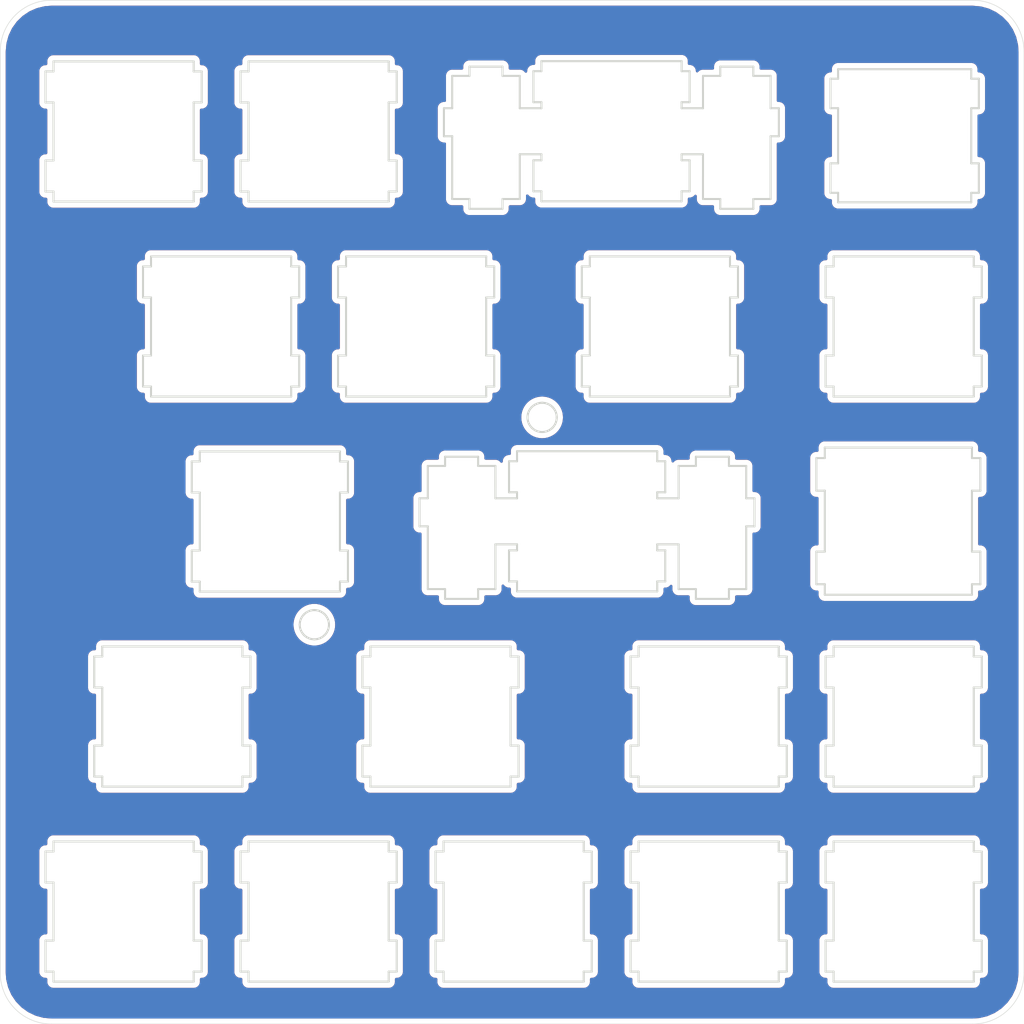
<source format=kicad_pcb>
(kicad_pcb (version 20171130) (host pcbnew "(5.1.4)-1")
  (layers (0 F.Cu signal) (31 B.Cu signal) (34 B.Paste user) (35 F.Paste user) (36 B.SilkS user) (37 F.SilkS user) (38 B.Mask user) (39 F.Mask user) (44 Edge.Cuts user))
  (net 0 "")
  (gr_line (start 179.917019 103.070053) (end 179.917019 102.043256) (layer Edge.Cuts) (width 0.2))
  (gr_line (start 164.719331 98.859157) (end 164.719331 102.043256) (layer Edge.Cuts) (width 0.2))
  (gr_line (start 165.541799 89.721687) (end 164.719331 89.721687) (layer Edge.Cuts) (width 0.2))
  (gr_line (start 165.541799 88.69489) (end 165.541799 89.721687) (layer Edge.Cuts) (width 0.2))
  (gr_line (start 179.917019 88.69489) (end 165.541799 88.69489) (layer Edge.Cuts) (width 0.2))
  (gr_line (start 179.917019 89.721687) (end 179.917019 88.69489) (layer Edge.Cuts) (width 0.2))
  (gr_line (start 164.719331 102.043256) (end 165.541799 102.043256) (layer Edge.Cuts) (width 0.2))
  (gr_line (start 180.736407 89.721687) (end 179.917019 89.721687) (layer Edge.Cuts) (width 0.2))
  (gr_line (start 180.736407 92.904759) (end 180.736407 89.721687) (layer Edge.Cuts) (width 0.2))
  (gr_line (start 179.917019 92.904759) (end 180.736407 92.904759) (layer Edge.Cuts) (width 0.2))
  (gr_line (start 179.917019 98.859157) (end 179.917019 92.904759) (layer Edge.Cuts) (width 0.2))
  (gr_line (start 180.736407 98.859157) (end 179.917019 98.859157) (layer Edge.Cuts) (width 0.2))
  (gr_line (start 164.719331 89.721687) (end 164.719331 92.904759) (layer Edge.Cuts) (width 0.2))
  (gr_line (start 180.736407 102.043256) (end 180.736407 98.859157) (layer Edge.Cuts) (width 0.2))
  (gr_line (start 179.917019 102.043256) (end 180.736407 102.043256) (layer Edge.Cuts) (width 0.2))
  (gr_line (start 165.541799 103.070053) (end 179.917019 103.070053) (layer Edge.Cuts) (width 0.2))
  (gr_line (start 165.541799 102.043256) (end 165.541799 103.070053) (layer Edge.Cuts) (width 0.2))
  (gr_line (start 165.541799 98.859157) (end 164.719331 98.859157) (layer Edge.Cuts) (width 0.2))
  (gr_line (start 164.719331 92.904759) (end 165.541799 92.904759) (layer Edge.Cuts) (width 0.2))
  (gr_line (start 165.541799 92.904759) (end 165.541799 98.859157) (layer Edge.Cuts) (width 0.2))
  (gr_line (start 179.846475 64.737799) (end 179.846475 63.808987) (layer Edge.Cuts) (width 0.2))
  (gr_line (start 166.097076 55.542558) (end 166.841165 55.542558) (layer Edge.Cuts) (width 0.2))
  (gr_line (start 180.587777 55.542558) (end 180.587777 52.66324) (layer Edge.Cuts) (width 0.2))
  (gr_line (start 166.841165 60.92874) (end 166.097076 60.92874) (layer Edge.Cuts) (width 0.2))
  (gr_line (start 179.846475 60.92874) (end 179.846475 55.542558) (layer Edge.Cuts) (width 0.2))
  (gr_line (start 180.587777 52.66324) (end 179.846475 52.66324) (layer Edge.Cuts) (width 0.2))
  (gr_line (start 166.841165 55.542558) (end 166.841165 60.92874) (layer Edge.Cuts) (width 0.2))
  (gr_line (start 166.097076 60.92874) (end 166.097076 63.808987) (layer Edge.Cuts) (width 0.2))
  (gr_line (start 180.587777 60.92874) (end 179.846475 60.92874) (layer Edge.Cuts) (width 0.2))
  (gr_line (start 180.587777 63.808987) (end 180.587777 60.92874) (layer Edge.Cuts) (width 0.2))
  (gr_line (start 166.841165 64.737799) (end 179.846475 64.737799) (layer Edge.Cuts) (width 0.2))
  (gr_line (start 166.097076 52.66324) (end 166.097076 55.542558) (layer Edge.Cuts) (width 0.2))
  (gr_line (start 166.841165 51.734427) (end 166.841165 52.66324) (layer Edge.Cuts) (width 0.2))
  (gr_line (start 179.846475 55.542558) (end 180.587777 55.542558) (layer Edge.Cuts) (width 0.2))
  (gr_line (start 166.841165 63.808987) (end 166.841165 64.737799) (layer Edge.Cuts) (width 0.2))
  (gr_line (start 166.097076 63.808987) (end 166.841165 63.808987) (layer Edge.Cuts) (width 0.2))
  (gr_line (start 179.846475 51.734427) (end 166.841165 51.734427) (layer Edge.Cuts) (width 0.2))
  (gr_line (start 179.846475 52.66324) (end 179.846475 51.734427) (layer Edge.Cuts) (width 0.2))
  (gr_line (start 166.841165 52.66324) (end 166.097076 52.66324) (layer Edge.Cuts) (width 0.2))
  (gr_line (start 179.846475 63.808987) (end 180.587777 63.808987) (layer Edge.Cuts) (width 0.2))
  (gr_line (start 90.202433 51.95) (end 89.420132 51.95) (layer Edge.Cuts) (width 0.2))
  (gr_line (start 122.942698 50.972195) (end 109.252433 50.972195) (layer Edge.Cuts) (width 0.2))
  (gr_line (start 103.892699 64.661463) (end 103.892699 63.683658) (layer Edge.Cuts) (width 0.2))
  (gr_line (start 104.674999 51.95) (end 103.892699 51.95) (layer Edge.Cuts) (width 0.2))
  (gr_line (start 103.892699 63.683658) (end 104.674999 63.683658) (layer Edge.Cuts) (width 0.2))
  (gr_line (start 89.420132 60.651485) (end 89.420132 63.683658) (layer Edge.Cuts) (width 0.2))
  (gr_line (start 103.892699 51.95) (end 103.892699 50.972195) (layer Edge.Cuts) (width 0.2))
  (gr_line (start 90.202433 60.651485) (end 89.420132 60.651485) (layer Edge.Cuts) (width 0.2))
  (gr_line (start 109.252433 50.972195) (end 109.252433 51.95) (layer Edge.Cuts) (width 0.2))
  (gr_line (start 122.942698 51.95) (end 122.942698 50.972195) (layer Edge.Cuts) (width 0.2))
  (gr_line (start 123.725 54.981195) (end 123.725 51.95) (layer Edge.Cuts) (width 0.2))
  (gr_line (start 103.892699 54.981195) (end 104.674999 54.981195) (layer Edge.Cuts) (width 0.2))
  (gr_line (start 90.202433 64.661463) (end 103.892699 64.661463) (layer Edge.Cuts) (width 0.2))
  (gr_line (start 104.674999 60.651485) (end 103.892699 60.651485) (layer Edge.Cuts) (width 0.2))
  (gr_line (start 90.202433 63.683658) (end 90.202433 64.661463) (layer Edge.Cuts) (width 0.2))
  (gr_line (start 104.674999 54.981195) (end 104.674999 51.95) (layer Edge.Cuts) (width 0.2))
  (gr_line (start 89.420132 54.981195) (end 90.202433 54.981195) (layer Edge.Cuts) (width 0.2))
  (gr_line (start 90.202433 50.972195) (end 90.202433 51.95) (layer Edge.Cuts) (width 0.2))
  (gr_line (start 103.892699 60.651485) (end 103.892699 54.981195) (layer Edge.Cuts) (width 0.2))
  (gr_line (start 90.202433 54.981195) (end 90.202433 60.651485) (layer Edge.Cuts) (width 0.2))
  (gr_line (start 123.725 51.95) (end 122.942698 51.95) (layer Edge.Cuts) (width 0.2))
  (gr_line (start 104.674999 63.683658) (end 104.674999 60.651485) (layer Edge.Cuts) (width 0.2))
  (gr_line (start 89.420132 51.95) (end 89.420132 54.981195) (layer Edge.Cuts) (width 0.2))
  (gr_line (start 103.892699 50.972195) (end 90.202433 50.972195) (layer Edge.Cuts) (width 0.2))
  (gr_line (start 89.420132 63.683658) (end 90.202433 63.683658) (layer Edge.Cuts) (width 0.2))
  (gr_line (start 109.252433 51.95) (end 108.470132 51.95) (layer Edge.Cuts) (width 0.2))
  (gr_line (start 108.470132 51.95) (end 108.470132 54.981195) (layer Edge.Cuts) (width 0.2))
  (gr_line (start 108.470132 63.683658) (end 109.252433 63.683658) (layer Edge.Cuts) (width 0.2))
  (gr_line (start 108.470132 60.651485) (end 108.470132 63.683658) (layer Edge.Cuts) (width 0.2))
  (gr_line (start 109.252433 60.651485) (end 108.470132 60.651485) (layer Edge.Cuts) (width 0.2))
  (gr_line (start 108.470132 54.981195) (end 109.252433 54.981195) (layer Edge.Cuts) (width 0.2))
  (gr_line (start 122.942698 54.981195) (end 123.725 54.981195) (layer Edge.Cuts) (width 0.2))
  (gr_line (start 122.942698 60.651485) (end 122.942698 54.981195) (layer Edge.Cuts) (width 0.2))
  (gr_line (start 122.942698 63.683658) (end 123.725 63.683658) (layer Edge.Cuts) (width 0.2))
  (gr_line (start 122.942698 64.661463) (end 122.942698 63.683658) (layer Edge.Cuts) (width 0.2))
  (gr_line (start 109.252433 54.981195) (end 109.252433 60.651485) (layer Edge.Cuts) (width 0.2))
  (gr_line (start 123.725 60.651485) (end 122.942698 60.651485) (layer Edge.Cuts) (width 0.2))
  (gr_line (start 123.725 63.683658) (end 123.725 60.651485) (layer Edge.Cuts) (width 0.2))
  (gr_line (start 109.252433 64.661463) (end 122.942698 64.661463) (layer Edge.Cuts) (width 0.2))
  (gr_line (start 109.252433 63.683658) (end 109.252433 64.661463) (layer Edge.Cuts) (width 0.2))
  (gr_line (start 142.775 139.883657) (end 142.775 136.852462) (layer Edge.Cuts) (width 0.2))
  (gr_line (start 123.725 136.852462) (end 122.942698 136.852462) (layer Edge.Cuts) (width 0.2))
  (gr_line (start 147.352433 128.149999) (end 146.570133 128.149999) (layer Edge.Cuts) (width 0.2))
  (gr_line (start 109.252433 139.883657) (end 109.252433 140.861462) (layer Edge.Cuts) (width 0.2))
  (gr_line (start 90.202433 131.180217) (end 90.202433 136.852462) (layer Edge.Cuts) (width 0.2))
  (gr_line (start 108.470132 139.883657) (end 109.252433 139.883657) (layer Edge.Cuts) (width 0.2))
  (gr_line (start 89.420132 128.149999) (end 89.420132 131.180217) (layer Edge.Cuts) (width 0.2))
  (gr_line (start 123.725 128.149999) (end 122.942698 128.149999) (layer Edge.Cuts) (width 0.2))
  (gr_line (start 122.942698 131.180217) (end 123.725 131.180217) (layer Edge.Cuts) (width 0.2))
  (gr_line (start 122.942698 139.883657) (end 123.725 139.883657) (layer Edge.Cuts) (width 0.2))
  (gr_line (start 122.942698 140.861462) (end 122.942698 139.883657) (layer Edge.Cuts) (width 0.2))
  (gr_line (start 142.775 131.180217) (end 142.775 128.149999) (layer Edge.Cuts) (width 0.2))
  (gr_line (start 127.520132 136.852462) (end 127.520132 139.883657) (layer Edge.Cuts) (width 0.2))
  (gr_line (start 141.992699 140.861462) (end 141.992699 139.883657) (layer Edge.Cuts) (width 0.2))
  (gr_line (start 127.520132 139.883657) (end 128.302432 139.883657) (layer Edge.Cuts) (width 0.2))
  (gr_line (start 128.302432 131.180217) (end 128.302432 136.852462) (layer Edge.Cuts) (width 0.2))
  (gr_line (start 161.042699 127.172195) (end 147.352433 127.172195) (layer Edge.Cuts) (width 0.2))
  (gr_line (start 161.042699 128.149999) (end 161.042699 127.172195) (layer Edge.Cuts) (width 0.2))
  (gr_line (start 141.992699 139.883657) (end 142.775 139.883657) (layer Edge.Cuts) (width 0.2))
  (gr_line (start 128.302432 127.172195) (end 128.302432 128.149999) (layer Edge.Cuts) (width 0.2))
  (gr_line (start 122.942698 128.149999) (end 122.942698 127.172195) (layer Edge.Cuts) (width 0.2))
  (gr_line (start 109.252433 136.852462) (end 108.470132 136.852462) (layer Edge.Cuts) (width 0.2))
  (gr_line (start 128.302432 139.883657) (end 128.302432 140.861462) (layer Edge.Cuts) (width 0.2))
  (gr_line (start 128.302432 128.149999) (end 127.520132 128.149999) (layer Edge.Cuts) (width 0.2))
  (gr_line (start 123.725 131.180217) (end 123.725 128.149999) (layer Edge.Cuts) (width 0.2))
  (gr_line (start 109.252433 128.149999) (end 108.470132 128.149999) (layer Edge.Cuts) (width 0.2))
  (gr_line (start 108.470132 136.852462) (end 108.470132 139.883657) (layer Edge.Cuts) (width 0.2))
  (gr_line (start 108.470132 131.180217) (end 109.252433 131.180217) (layer Edge.Cuts) (width 0.2))
  (gr_line (start 127.520132 128.149999) (end 127.520132 131.180217) (layer Edge.Cuts) (width 0.2))
  (gr_line (start 128.302432 136.852462) (end 127.520132 136.852462) (layer Edge.Cuts) (width 0.2))
  (gr_line (start 161.825 128.149999) (end 161.042699 128.149999) (layer Edge.Cuts) (width 0.2))
  (gr_line (start 141.992699 127.172195) (end 128.302432 127.172195) (layer Edge.Cuts) (width 0.2))
  (gr_line (start 90.202433 139.883657) (end 90.202433 140.861462) (layer Edge.Cuts) (width 0.2))
  (gr_line (start 89.420132 139.883657) (end 90.202433 139.883657) (layer Edge.Cuts) (width 0.2))
  (gr_line (start 122.942698 136.852462) (end 122.942698 131.180217) (layer Edge.Cuts) (width 0.2))
  (gr_line (start 142.775 128.149999) (end 141.992699 128.149999) (layer Edge.Cuts) (width 0.2))
  (gr_line (start 89.420132 136.852462) (end 89.420132 139.883657) (layer Edge.Cuts) (width 0.2))
  (gr_line (start 141.992699 131.180217) (end 142.775 131.180217) (layer Edge.Cuts) (width 0.2))
  (gr_line (start 90.202433 136.852462) (end 89.420132 136.852462) (layer Edge.Cuts) (width 0.2))
  (gr_line (start 89.420132 131.180217) (end 90.202433 131.180217) (layer Edge.Cuts) (width 0.2))
  (gr_line (start 109.252433 140.861462) (end 122.942698 140.861462) (layer Edge.Cuts) (width 0.2))
  (gr_line (start 141.992699 136.852462) (end 141.992699 131.180217) (layer Edge.Cuts) (width 0.2))
  (gr_line (start 128.302432 140.861462) (end 141.992699 140.861462) (layer Edge.Cuts) (width 0.2))
  (gr_line (start 142.775 136.852462) (end 141.992699 136.852462) (layer Edge.Cuts) (width 0.2))
  (gr_line (start 109.252433 127.172195) (end 109.252433 128.149999) (layer Edge.Cuts) (width 0.2))
  (gr_line (start 108.470132 128.149999) (end 108.470132 131.180217) (layer Edge.Cuts) (width 0.2))
  (gr_line (start 141.992699 128.149999) (end 141.992699 127.172195) (layer Edge.Cuts) (width 0.2))
  (gr_line (start 147.352433 127.172195) (end 147.352433 128.149999) (layer Edge.Cuts) (width 0.2))
  (gr_line (start 122.942698 127.172195) (end 109.252433 127.172195) (layer Edge.Cuts) (width 0.2))
  (gr_line (start 123.725 139.883657) (end 123.725 136.852462) (layer Edge.Cuts) (width 0.2))
  (gr_line (start 109.252433 131.180217) (end 109.252433 136.852462) (layer Edge.Cuts) (width 0.2))
  (gr_line (start 127.520132 131.180217) (end 128.302432 131.180217) (layer Edge.Cuts) (width 0.2))
  (gr_line (start 180.875 136.852462) (end 180.092699 136.852462) (layer Edge.Cuts) (width 0.2))
  (gr_line (start 180.875 139.883657) (end 180.875 136.852462) (layer Edge.Cuts) (width 0.2))
  (gr_line (start 166.402433 139.883657) (end 166.402433 140.861462) (layer Edge.Cuts) (width 0.2))
  (gr_line (start 131.679178 103.475446) (end 131.679178 102.517163) (layer Edge.Cuts) (width 0.2))
  (gr_line (start 135.479568 98.146219) (end 135.479568 98.732922) (layer Edge.Cuts) (width 0.2))
  (gr_line (start 131.679178 102.517163) (end 133.366578 102.517163) (layer Edge.Cuts) (width 0.2))
  (gr_line (start 125.956728 93.648153) (end 125.956728 96.386106) (layer Edge.Cuts) (width 0.2))
  (gr_line (start 161.042699 131.180217) (end 161.825 131.180217) (layer Edge.Cuts) (width 0.2))
  (gr_line (start 161.825 139.883657) (end 161.825 136.852462) (layer Edge.Cuts) (width 0.2))
  (gr_line (start 147.352433 140.861462) (end 161.042699 140.861462) (layer Edge.Cuts) (width 0.2))
  (gr_line (start 146.570133 128.149999) (end 146.570133 131.180217) (layer Edge.Cuts) (width 0.2))
  (gr_line (start 149.174338 98.732922) (end 149.174338 98.146219) (layer Edge.Cuts) (width 0.2))
  (gr_line (start 180.092699 140.861462) (end 180.092699 139.883657) (layer Edge.Cuts) (width 0.2))
  (gr_line (start 151.262489 98.146219) (end 151.262729 102.517163) (layer Edge.Cuts) (width 0.2))
  (gr_line (start 165.620132 139.883657) (end 166.402433 139.883657) (layer Edge.Cuts) (width 0.2))
  (gr_line (start 146.570133 136.852462) (end 146.570133 139.883657) (layer Edge.Cuts) (width 0.2))
  (gr_line (start 161.042699 136.852462) (end 161.042699 131.180217) (layer Edge.Cuts) (width 0.2))
  (gr_line (start 161.825 136.852462) (end 161.042699 136.852462) (layer Edge.Cuts) (width 0.2))
  (gr_line (start 161.042699 139.883657) (end 161.825 139.883657) (layer Edge.Cuts) (width 0.2))
  (gr_line (start 165.620132 128.149999) (end 165.620132 131.180217) (layer Edge.Cuts) (width 0.2))
  (gr_line (start 128.451128 102.517163) (end 128.451128 103.475446) (layer Edge.Cuts) (width 0.2))
  (gr_line (start 146.570133 131.180217) (end 147.352433 131.180217) (layer Edge.Cuts) (width 0.2))
  (gr_line (start 149.956888 101.764225) (end 149.956888 98.732922) (layer Edge.Cuts) (width 0.2))
  (gr_line (start 134.697008 101.764225) (end 135.479568 101.764225) (layer Edge.Cuts) (width 0.2))
  (gr_line (start 180.092699 128.149999) (end 180.092699 127.172195) (layer Edge.Cuts) (width 0.2))
  (gr_line (start 149.174338 101.764225) (end 149.956888 101.764225) (layer Edge.Cuts) (width 0.2))
  (gr_line (start 149.174338 98.146219) (end 151.262489 98.146219) (layer Edge.Cuts) (width 0.2))
  (gr_line (start 135.479568 98.732922) (end 134.697008 98.732922) (layer Edge.Cuts) (width 0.2))
  (gr_line (start 133.366578 98.146219) (end 135.479568 98.146219) (layer Edge.Cuts) (width 0.2))
  (gr_line (start 126.763738 96.386106) (end 126.763738 102.517163) (layer Edge.Cuts) (width 0.2))
  (gr_line (start 166.402433 140.861462) (end 180.092699 140.861462) (layer Edge.Cuts) (width 0.2))
  (gr_line (start 131.679178 90.48973) (end 131.679178 89.590117) (layer Edge.Cuts) (width 0.2))
  (gr_line (start 134.697008 98.732922) (end 134.697008 101.764225) (layer Edge.Cuts) (width 0.2))
  (gr_line (start 126.763738 90.48973) (end 126.763738 93.648153) (layer Edge.Cuts) (width 0.2))
  (gr_line (start 131.679178 89.590117) (end 128.451128 89.590117) (layer Edge.Cuts) (width 0.2))
  (gr_line (start 128.451128 89.590117) (end 128.451128 90.48973) (layer Edge.Cuts) (width 0.2))
  (gr_line (start 161.042699 140.861462) (end 161.042699 139.883657) (layer Edge.Cuts) (width 0.2))
  (gr_line (start 180.875 131.180217) (end 180.875 128.149999) (layer Edge.Cuts) (width 0.2))
  (gr_line (start 180.092699 136.852462) (end 180.092699 131.180217) (layer Edge.Cuts) (width 0.2))
  (gr_line (start 180.092699 139.883657) (end 180.875 139.883657) (layer Edge.Cuts) (width 0.2))
  (gr_line (start 166.402433 136.852462) (end 165.620132 136.852462) (layer Edge.Cuts) (width 0.2))
  (gr_line (start 149.174338 102.742066) (end 149.174338 101.764225) (layer Edge.Cuts) (width 0.2))
  (gr_line (start 161.825 131.180217) (end 161.825 128.149999) (layer Edge.Cuts) (width 0.2))
  (gr_line (start 166.402433 128.149999) (end 165.620132 128.149999) (layer Edge.Cuts) (width 0.2))
  (gr_line (start 165.620132 136.852462) (end 165.620132 139.883657) (layer Edge.Cuts) (width 0.2))
  (gr_line (start 133.366578 102.517163) (end 133.366578 98.146219) (layer Edge.Cuts) (width 0.2))
  (gr_line (start 147.352433 139.883657) (end 147.352433 140.861462) (layer Edge.Cuts) (width 0.2))
  (gr_line (start 146.570133 139.883657) (end 147.352433 139.883657) (layer Edge.Cuts) (width 0.2))
  (gr_line (start 147.352433 131.180217) (end 147.352433 136.852462) (layer Edge.Cuts) (width 0.2))
  (gr_line (start 180.092699 127.172195) (end 166.402433 127.172195) (layer Edge.Cuts) (width 0.2))
  (gr_line (start 166.402433 131.180217) (end 166.402433 136.852462) (layer Edge.Cuts) (width 0.2))
  (gr_line (start 128.451128 90.48973) (end 126.763738 90.48973) (layer Edge.Cuts) (width 0.2))
  (gr_line (start 125.956728 96.386106) (end 126.763738 96.386106) (layer Edge.Cuts) (width 0.2))
  (gr_line (start 135.479568 102.742066) (end 149.174338 102.742066) (layer Edge.Cuts) (width 0.2))
  (gr_line (start 165.620132 131.180217) (end 166.402433 131.180217) (layer Edge.Cuts) (width 0.2))
  (gr_line (start 128.451128 103.475446) (end 131.679178 103.475446) (layer Edge.Cuts) (width 0.2))
  (gr_line (start 126.763738 102.517163) (end 128.451128 102.517163) (layer Edge.Cuts) (width 0.2))
  (gr_line (start 180.875 128.149999) (end 180.092699 128.149999) (layer Edge.Cuts) (width 0.2))
  (gr_line (start 135.479568 101.764225) (end 135.479568 102.742066) (layer Edge.Cuts) (width 0.2))
  (gr_line (start 149.956888 98.732922) (end 149.174338 98.732922) (layer Edge.Cuts) (width 0.2))
  (gr_line (start 147.352433 136.852462) (end 146.570133 136.852462) (layer Edge.Cuts) (width 0.2))
  (gr_line (start 166.402433 127.172195) (end 166.402433 128.149999) (layer Edge.Cuts) (width 0.2))
  (gr_line (start 126.763738 93.648153) (end 125.956728 93.648153) (layer Edge.Cuts) (width 0.2))
  (gr_line (start 180.092699 131.180217) (end 180.875 131.180217) (layer Edge.Cuts) (width 0.2))
  (gr_line (start 129.144987 55.545506) (end 128.337978 55.545506) (layer Edge.Cuts) (width 0.2))
  (gr_line (start 137.860818 55.545506) (end 135.748318 55.545506) (layer Edge.Cuts) (width 0.2))
  (gr_line (start 135.479568 89.052304) (end 135.479568 90.030145) (layer Edge.Cuts) (width 0.2))
  (gr_line (start 135.479568 90.030145) (end 134.697008 90.030145) (layer Edge.Cuts) (width 0.2))
  (gr_line (start 135.747828 64.414517) (end 135.747828 60.043572) (layer Edge.Cuts) (width 0.2))
  (gr_line (start 128.337978 55.545506) (end 128.337978 58.28346) (layer Edge.Cuts) (width 0.2))
  (gr_line (start 157.865569 93.648153) (end 157.865569 90.48973) (layer Edge.Cuts) (width 0.2))
  (gr_line (start 157.865569 96.386106) (end 158.672579 96.386106) (layer Edge.Cuts) (width 0.2))
  (gr_line (start 130.832378 64.414517) (end 130.832378 65.3728) (layer Edge.Cuts) (width 0.2))
  (gr_line (start 156.178179 102.517163) (end 157.865569 102.517163) (layer Edge.Cuts) (width 0.2))
  (gr_line (start 137.860818 60.630276) (end 137.078258 60.630276) (layer Edge.Cuts) (width 0.2))
  (gr_line (start 130.832378 65.3728) (end 134.060428 65.3728) (layer Edge.Cuts) (width 0.2))
  (gr_line (start 130.832378 52.387084) (end 129.144987 52.387084) (layer Edge.Cuts) (width 0.2))
  (gr_line (start 134.697008 93.060471) (end 135.479568 93.060471) (layer Edge.Cuts) (width 0.2))
  (gr_line (start 151.262499 93.648153) (end 149.174338 93.648153) (layer Edge.Cuts) (width 0.2))
  (gr_line (start 135.747828 52.387084) (end 134.060428 52.387084) (layer Edge.Cuts) (width 0.2))
  (gr_line (start 152.950129 103.475446) (end 156.178179 103.475446) (layer Edge.Cuts) (width 0.2))
  (gr_line (start 153.643739 60.043572) (end 153.643979 64.414517) (layer Edge.Cuts) (width 0.2))
  (gr_line (start 151.555589 60.043572) (end 153.643739 60.043572) (layer Edge.Cuts) (width 0.2))
  (gr_line (start 152.338139 63.661579) (end 152.338139 60.630276) (layer Edge.Cuts) (width 0.2))
  (gr_line (start 151.555589 64.63942) (end 151.555589 63.661579) (layer Edge.Cuts) (width 0.2))
  (gr_line (start 149.174338 93.648153) (end 149.174338 93.060471) (layer Edge.Cuts) (width 0.2))
  (gr_line (start 151.262729 90.48973) (end 151.262499 93.648153) (layer Edge.Cuts) (width 0.2))
  (gr_line (start 128.337978 58.28346) (end 129.144987 58.28346) (layer Edge.Cuts) (width 0.2))
  (gr_line (start 134.060428 52.387084) (end 134.060428 51.487471) (layer Edge.Cuts) (width 0.2))
  (gr_line (start 156.178179 89.590117) (end 152.950129 89.590117) (layer Edge.Cuts) (width 0.2))
  (gr_line (start 134.060428 65.3728) (end 134.060428 64.414517) (layer Edge.Cuts) (width 0.2))
  (gr_line (start 137.860818 64.63942) (end 151.555589 64.63942) (layer Edge.Cuts) (width 0.2))
  (gr_line (start 129.144987 64.414517) (end 130.832378 64.414517) (layer Edge.Cuts) (width 0.2))
  (gr_line (start 129.144987 52.387084) (end 129.144987 55.545506) (layer Edge.Cuts) (width 0.2))
  (gr_line (start 137.078258 60.630276) (end 137.078258 63.661579) (layer Edge.Cuts) (width 0.2))
  (gr_line (start 137.860818 63.661579) (end 137.860818 64.63942) (layer Edge.Cuts) (width 0.2))
  (gr_line (start 149.174338 89.052304) (end 135.479568 89.052304) (layer Edge.Cuts) (width 0.2))
  (gr_line (start 137.860818 54.957825) (end 137.860818 55.545506) (layer Edge.Cuts) (width 0.2))
  (gr_line (start 133.366578 90.48973) (end 131.679178 90.48973) (layer Edge.Cuts) (width 0.2))
  (gr_line (start 133.367068 93.648153) (end 133.366578 90.48973) (layer Edge.Cuts) (width 0.2))
  (gr_line (start 151.555589 63.661579) (end 152.338139 63.661579) (layer Edge.Cuts) (width 0.2))
  (gr_line (start 134.060428 64.414517) (end 135.747828 64.414517) (layer Edge.Cuts) (width 0.2))
  (gr_line (start 130.832378 51.487471) (end 130.832378 52.387084) (layer Edge.Cuts) (width 0.2))
  (gr_line (start 135.479568 93.648153) (end 133.367068 93.648153) (layer Edge.Cuts) (width 0.2))
  (gr_line (start 135.479568 93.060471) (end 135.479568 93.648153) (layer Edge.Cuts) (width 0.2))
  (gr_line (start 134.697008 90.030145) (end 134.697008 93.060471) (layer Edge.Cuts) (width 0.2))
  (gr_line (start 149.174338 90.030145) (end 149.174338 89.052304) (layer Edge.Cuts) (width 0.2))
  (gr_line (start 134.060428 51.487471) (end 130.832378 51.487471) (layer Edge.Cuts) (width 0.2))
  (gr_line (start 149.956888 90.030145) (end 149.174338 90.030145) (layer Edge.Cuts) (width 0.2))
  (gr_line (start 156.178179 103.475446) (end 156.178179 102.517163) (layer Edge.Cuts) (width 0.2))
  (gr_line (start 158.672579 93.648153) (end 157.865569 93.648153) (layer Edge.Cuts) (width 0.2))
  (gr_line (start 137.078258 63.661579) (end 137.860818 63.661579) (layer Edge.Cuts) (width 0.2))
  (gr_line (start 152.338139 60.630276) (end 151.555589 60.630276) (layer Edge.Cuts) (width 0.2))
  (gr_line (start 151.555589 60.630276) (end 151.555589 60.043572) (layer Edge.Cuts) (width 0.2))
  (gr_line (start 149.956888 93.060471) (end 149.956888 90.030145) (layer Edge.Cuts) (width 0.2))
  (gr_line (start 149.174338 93.060471) (end 149.956888 93.060471) (layer Edge.Cuts) (width 0.2))
  (gr_line (start 152.950129 89.590117) (end 152.950129 90.48973) (layer Edge.Cuts) (width 0.2))
  (gr_line (start 152.950129 102.517163) (end 152.950129 103.475446) (layer Edge.Cuts) (width 0.2))
  (gr_line (start 135.748318 55.545506) (end 135.747828 52.387084) (layer Edge.Cuts) (width 0.2))
  (gr_line (start 157.865569 90.48973) (end 156.178179 90.48973) (layer Edge.Cuts) (width 0.2))
  (gr_line (start 158.672579 96.386106) (end 158.672579 93.648153) (layer Edge.Cuts) (width 0.2))
  (gr_line (start 151.262729 102.517163) (end 152.950129 102.517163) (layer Edge.Cuts) (width 0.2))
  (gr_line (start 137.860818 60.043572) (end 137.860818 60.630276) (layer Edge.Cuts) (width 0.2))
  (gr_line (start 129.144987 58.28346) (end 129.144987 64.414517) (layer Edge.Cuts) (width 0.2))
  (gr_line (start 152.950129 90.48973) (end 151.262729 90.48973) (layer Edge.Cuts) (width 0.2))
  (gr_line (start 156.178179 90.48973) (end 156.178179 89.590117) (layer Edge.Cuts) (width 0.2))
  (gr_line (start 157.865569 102.517163) (end 157.865569 96.386106) (layer Edge.Cuts) (width 0.2))
  (gr_line (start 135.747828 60.043572) (end 137.860818 60.043572) (layer Edge.Cuts) (width 0.2))
  (gr_line (start 137.860818 50.949658) (end 137.860818 51.927499) (layer Edge.Cuts) (width 0.2))
  (gr_line (start 151.555589 51.927499) (end 151.555589 50.949658) (layer Edge.Cuts) (width 0.2))
  (gr_line (start 151.555589 50.949658) (end 137.860818 50.949658) (layer Edge.Cuts) (width 0.2))
  (gr_line (start 152.338139 51.927499) (end 151.555589 51.927499) (layer Edge.Cuts) (width 0.2))
  (gr_line (start 151.555589 55.545506) (end 151.555589 54.957825) (layer Edge.Cuts) (width 0.2))
  (gr_line (start 153.643749 55.545506) (end 151.555589 55.545506) (layer Edge.Cuts) (width 0.2))
  (gr_line (start 153.643979 52.387084) (end 153.643749 55.545506) (layer Edge.Cuts) (width 0.2))
  (gr_line (start 161.053829 58.28346) (end 161.053829 55.545506) (layer Edge.Cuts) (width 0.2))
  (gr_line (start 158.559429 52.387084) (end 158.559429 51.487471) (layer Edge.Cuts) (width 0.2))
  (gr_line (start 160.246819 52.387084) (end 158.559429 52.387084) (layer Edge.Cuts) (width 0.2))
  (gr_line (start 161.053829 55.545506) (end 160.246819 55.545506) (layer Edge.Cuts) (width 0.2))
  (gr_line (start 158.559429 65.3728) (end 158.559429 64.414517) (layer Edge.Cuts) (width 0.2))
  (gr_line (start 153.643979 64.414517) (end 155.331379 64.414517) (layer Edge.Cuts) (width 0.2))
  (gr_line (start 160.246819 55.545506) (end 160.246819 52.387084) (layer Edge.Cuts) (width 0.2))
  (gr_line (start 155.331379 65.3728) (end 158.559429 65.3728) (layer Edge.Cuts) (width 0.2))
  (gr_line (start 137.078258 54.957825) (end 137.860818 54.957825) (layer Edge.Cuts) (width 0.2))
  (gr_line (start 137.078258 51.927499) (end 137.078258 54.957825) (layer Edge.Cuts) (width 0.2))
  (gr_line (start 152.338139 54.957825) (end 152.338139 51.927499) (layer Edge.Cuts) (width 0.2))
  (gr_line (start 158.559429 51.487471) (end 155.331379 51.487471) (layer Edge.Cuts) (width 0.2))
  (gr_line (start 158.559429 64.414517) (end 160.246819 64.414517) (layer Edge.Cuts) (width 0.2))
  (gr_line (start 151.555589 54.957825) (end 152.338139 54.957825) (layer Edge.Cuts) (width 0.2))
  (gr_line (start 155.331379 51.487471) (end 155.331379 52.387084) (layer Edge.Cuts) (width 0.2))
  (gr_line (start 155.331379 64.414517) (end 155.331379 65.3728) (layer Edge.Cuts) (width 0.2))
  (gr_line (start 160.246819 64.414517) (end 160.246819 58.28346) (layer Edge.Cuts) (width 0.2))
  (gr_line (start 137.860818 51.927499) (end 137.078258 51.927499) (layer Edge.Cuts) (width 0.2))
  (gr_line (start 155.331379 52.387084) (end 153.643979 52.387084) (layer Edge.Cuts) (width 0.2))
  (gr_line (start 160.246819 58.28346) (end 161.053829 58.28346) (layer Edge.Cuts) (width 0.2))
  (gr_curve (pts (xy 117.110261 105.996525) (xy 117.110262 105.617455) (xy 116.959677 105.25391) (xy 116.691633 104.985867)) (layer Edge.Cuts) (width 0.2))
  (gr_curve (pts (xy 114.670318 104.985867) (xy 114.402274 105.25391) (xy 114.251689 105.617455) (xy 114.25169 105.996525)) (layer Edge.Cuts) (width 0.2))
  (gr_curve (pts (xy 138.941787 86.757292) (xy 139.20983 86.489249) (xy 139.360415 86.125704) (xy 139.360415 85.746634)) (layer Edge.Cuts) (width 0.2))
  (gr_curve (pts (xy 115.680975 107.425811) (xy 116.060046 107.425811) (xy 116.42359 107.275226) (xy 116.691633 107.007183)) (layer Edge.Cuts) (width 0.2))
  (gr_curve (pts (xy 139.360415 85.746634) (xy 139.360415 85.367564) (xy 139.20983 85.004019) (xy 138.941787 84.735976)) (layer Edge.Cuts) (width 0.2))
  (gr_curve (pts (xy 115.680975 104.567239) (xy 115.301905 104.567239) (xy 114.938361 104.717824) (xy 114.670318 104.985867)) (layer Edge.Cuts) (width 0.2))
  (gr_curve (pts (xy 116.691633 107.007183) (xy 116.959677 106.73914) (xy 117.110262 106.375595) (xy 117.110261 105.996525)) (layer Edge.Cuts) (width 0.2))
  (gr_curve (pts (xy 137.931129 84.317348) (xy 137.552059 84.317348) (xy 137.188514 84.467933) (xy 136.920471 84.735976)) (layer Edge.Cuts) (width 0.2))
  (gr_curve (pts (xy 114.670318 107.007183) (xy 114.938361 107.275226) (xy 115.301905 107.425811) (xy 115.680975 107.425811)) (layer Edge.Cuts) (width 0.2))
  (gr_curve (pts (xy 136.920471 86.757292) (xy 137.188514 87.025335) (xy 137.552059 87.17592) (xy 137.931129 87.17592)) (layer Edge.Cuts) (width 0.2))
  (gr_curve (pts (xy 136.920471 84.735976) (xy 136.652428 85.004019) (xy 136.501843 85.367564) (xy 136.501843 85.746634)) (layer Edge.Cuts) (width 0.2))
  (gr_curve (pts (xy 138.941787 84.735976) (xy 138.673744 84.467933) (xy 138.310199 84.317348) (xy 137.931129 84.317348)) (layer Edge.Cuts) (width 0.2))
  (gr_curve (pts (xy 137.931129 87.17592) (xy 138.310199 87.17592) (xy 138.673744 87.025335) (xy 138.941787 86.757292)) (layer Edge.Cuts) (width 0.2))
  (gr_curve (pts (xy 116.691633 104.985867) (xy 116.42359 104.717824) (xy 116.060046 104.567239) (xy 115.680975 104.567239)) (layer Edge.Cuts) (width 0.2))
  (gr_curve (pts (xy 136.501843 85.746634) (xy 136.501843 86.125704) (xy 136.652428 86.489249) (xy 136.920471 86.757292)) (layer Edge.Cuts) (width 0.2))
  (gr_curve (pts (xy 114.25169 105.996525) (xy 114.251689 106.375595) (xy 114.402274 106.73914) (xy 114.670318 107.007183)) (layer Edge.Cuts) (width 0.2))
  (gr_line (start 103.892699 136.852462) (end 103.892699 131.180217) (layer Edge.Cuts) (width 0.2))
  (gr_line (start 103.892699 127.172195) (end 90.202433 127.172195) (layer Edge.Cuts) (width 0.2))
  (gr_line (start 104.674999 139.883657) (end 104.674999 136.852462) (layer Edge.Cuts) (width 0.2))
  (gr_line (start 104.674999 128.149999) (end 103.892699 128.149999) (layer Edge.Cuts) (width 0.2))
  (gr_line (start 90.202433 128.149999) (end 89.420132 128.149999) (layer Edge.Cuts) (width 0.2))
  (gr_line (start 103.892699 128.149999) (end 103.892699 127.172195) (layer Edge.Cuts) (width 0.2))
  (gr_line (start 103.892699 131.180217) (end 104.674999 131.180217) (layer Edge.Cuts) (width 0.2))
  (gr_line (start 90.202433 127.172195) (end 90.202433 128.149999) (layer Edge.Cuts) (width 0.2))
  (gr_line (start 104.674999 136.852462) (end 103.892699 136.852462) (layer Edge.Cuts) (width 0.2))
  (gr_line (start 103.892699 139.883657) (end 104.674999 139.883657) (layer Edge.Cuts) (width 0.2))
  (gr_line (start 104.674999 131.180217) (end 104.674999 128.149999) (layer Edge.Cuts) (width 0.2))
  (gr_line (start 103.892699 140.861462) (end 103.892699 139.883657) (layer Edge.Cuts) (width 0.2))
  (gr_line (start 90.202433 140.861462) (end 103.892699 140.861462) (layer Edge.Cuts) (width 0.2))
  (gr_line (start 117.995131 82.733658) (end 118.777433 82.733658) (layer Edge.Cuts) (width 0.2))
  (gr_line (start 142.589433 70.022195) (end 142.589433 71) (layer Edge.Cuts) (width 0.2))
  (gr_line (start 113.417699 70.022195) (end 99.727433 70.022195) (layer Edge.Cuts) (width 0.2))
  (gr_line (start 133.25 82.733658) (end 133.25 79.702463) (layer Edge.Cuts) (width 0.2))
  (gr_line (start 117.995131 74.031195) (end 118.777433 74.031195) (layer Edge.Cuts) (width 0.2))
  (gr_line (start 156.279699 83.711462) (end 156.279699 82.733658) (layer Edge.Cuts) (width 0.2))
  (gr_line (start 113.417699 74.031195) (end 114.2 74.031195) (layer Edge.Cuts) (width 0.2))
  (gr_line (start 118.777433 71) (end 117.995131 71) (layer Edge.Cuts) (width 0.2))
  (gr_line (start 132.467699 74.031195) (end 133.25 74.031195) (layer Edge.Cuts) (width 0.2))
  (gr_line (start 156.279699 74.031195) (end 157.062 74.031195) (layer Edge.Cuts) (width 0.2))
  (gr_line (start 117.995131 71) (end 117.995131 74.031195) (layer Edge.Cuts) (width 0.2))
  (gr_line (start 157.062 79.702463) (end 156.279699 79.702463) (layer Edge.Cuts) (width 0.2))
  (gr_line (start 98.945132 82.733658) (end 99.727433 82.733658) (layer Edge.Cuts) (width 0.2))
  (gr_line (start 133.25 71) (end 132.467699 71) (layer Edge.Cuts) (width 0.2))
  (gr_line (start 156.279699 70.022195) (end 142.589433 70.022195) (layer Edge.Cuts) (width 0.2))
  (gr_line (start 157.062 71) (end 156.279699 71) (layer Edge.Cuts) (width 0.2))
  (gr_line (start 156.279699 79.702463) (end 156.279699 74.031195) (layer Edge.Cuts) (width 0.2))
  (gr_line (start 99.727433 71) (end 98.945132 71) (layer Edge.Cuts) (width 0.2))
  (gr_line (start 99.727433 70.022195) (end 99.727433 71) (layer Edge.Cuts) (width 0.2))
  (gr_line (start 133.25 74.031195) (end 133.25 71) (layer Edge.Cuts) (width 0.2))
  (gr_line (start 113.417699 79.702463) (end 113.417699 74.031195) (layer Edge.Cuts) (width 0.2))
  (gr_line (start 114.2 82.733658) (end 114.2 79.702463) (layer Edge.Cuts) (width 0.2))
  (gr_line (start 113.417699 82.733658) (end 114.2 82.733658) (layer Edge.Cuts) (width 0.2))
  (gr_line (start 99.727433 82.733658) (end 99.727433 83.711462) (layer Edge.Cuts) (width 0.2))
  (gr_line (start 98.945132 74.031195) (end 99.727433 74.031195) (layer Edge.Cuts) (width 0.2))
  (gr_line (start 132.467699 70.022195) (end 118.777433 70.022195) (layer Edge.Cuts) (width 0.2))
  (gr_line (start 132.467699 71) (end 132.467699 70.022195) (layer Edge.Cuts) (width 0.2))
  (gr_line (start 133.25 79.702463) (end 132.467699 79.702463) (layer Edge.Cuts) (width 0.2))
  (gr_line (start 156.279699 82.733658) (end 157.062 82.733658) (layer Edge.Cuts) (width 0.2))
  (gr_line (start 156.279699 71) (end 156.279699 70.022195) (layer Edge.Cuts) (width 0.2))
  (gr_line (start 118.777433 83.711462) (end 132.467699 83.711462) (layer Edge.Cuts) (width 0.2))
  (gr_line (start 142.589433 83.711462) (end 156.279699 83.711462) (layer Edge.Cuts) (width 0.2))
  (gr_line (start 157.062 74.031195) (end 157.062 71) (layer Edge.Cuts) (width 0.2))
  (gr_line (start 99.727433 74.031195) (end 99.727433 79.702463) (layer Edge.Cuts) (width 0.2))
  (gr_line (start 113.417699 71) (end 113.417699 70.022195) (layer Edge.Cuts) (width 0.2))
  (gr_line (start 118.777433 82.733658) (end 118.777433 83.711462) (layer Edge.Cuts) (width 0.2))
  (gr_line (start 117.995131 79.702463) (end 117.995131 82.733658) (layer Edge.Cuts) (width 0.2))
  (gr_line (start 157.062 82.733658) (end 157.062 79.702463) (layer Edge.Cuts) (width 0.2))
  (gr_line (start 118.777433 70.022195) (end 118.777433 71) (layer Edge.Cuts) (width 0.2))
  (gr_line (start 114.2 79.702463) (end 113.417699 79.702463) (layer Edge.Cuts) (width 0.2))
  (gr_line (start 98.945132 79.702463) (end 98.945132 82.733658) (layer Edge.Cuts) (width 0.2))
  (gr_line (start 99.727433 83.711462) (end 113.417699 83.711462) (layer Edge.Cuts) (width 0.2))
  (gr_line (start 142.589433 71) (end 141.807132 71) (layer Edge.Cuts) (width 0.2))
  (gr_line (start 118.777433 74.031195) (end 118.777433 79.702463) (layer Edge.Cuts) (width 0.2))
  (gr_line (start 118.777433 79.702463) (end 117.995131 79.702463) (layer Edge.Cuts) (width 0.2))
  (gr_line (start 114.2 74.031195) (end 114.2 71) (layer Edge.Cuts) (width 0.2))
  (gr_line (start 132.467699 82.733658) (end 133.25 82.733658) (layer Edge.Cuts) (width 0.2))
  (gr_line (start 113.417699 83.711462) (end 113.417699 82.733658) (layer Edge.Cuts) (width 0.2))
  (gr_line (start 114.2 71) (end 113.417699 71) (layer Edge.Cuts) (width 0.2))
  (gr_line (start 99.727433 79.702463) (end 98.945132 79.702463) (layer Edge.Cuts) (width 0.2))
  (gr_line (start 132.467699 79.702463) (end 132.467699 74.031195) (layer Edge.Cuts) (width 0.2))
  (gr_line (start 98.945132 71) (end 98.945132 74.031195) (layer Edge.Cuts) (width 0.2))
  (gr_line (start 132.467699 83.711462) (end 132.467699 82.733658) (layer Edge.Cuts) (width 0.2))
  (gr_line (start 180.875 74.031195) (end 180.875 71) (layer Edge.Cuts) (width 0.2))
  (gr_line (start 166.402433 82.733658) (end 166.402433 83.711462) (layer Edge.Cuts) (width 0.2))
  (gr_line (start 180.092699 74.031195) (end 180.875 74.031195) (layer Edge.Cuts) (width 0.2))
  (gr_line (start 166.402433 83.711462) (end 180.092699 83.711462) (layer Edge.Cuts) (width 0.2))
  (gr_line (start 166.402433 74.031195) (end 166.402433 79.702463) (layer Edge.Cuts) (width 0.2))
  (gr_line (start 165.620132 74.031195) (end 166.402433 74.031195) (layer Edge.Cuts) (width 0.2))
  (gr_line (start 166.402433 70.022195) (end 166.402433 71) (layer Edge.Cuts) (width 0.2))
  (gr_line (start 180.092699 71) (end 180.092699 70.022195) (layer Edge.Cuts) (width 0.2))
  (gr_line (start 180.092699 79.702463) (end 180.092699 74.031195) (layer Edge.Cuts) (width 0.2))
  (gr_line (start 180.875 79.702463) (end 180.092699 79.702463) (layer Edge.Cuts) (width 0.2))
  (gr_line (start 165.620132 82.733658) (end 166.402433 82.733658) (layer Edge.Cuts) (width 0.2))
  (gr_line (start 180.092699 82.733658) (end 180.875 82.733658) (layer Edge.Cuts) (width 0.2))
  (gr_line (start 165.620132 79.702463) (end 165.620132 82.733658) (layer Edge.Cuts) (width 0.2))
  (gr_line (start 180.875 82.733658) (end 180.875 79.702463) (layer Edge.Cuts) (width 0.2))
  (gr_line (start 165.620132 71) (end 165.620132 74.031195) (layer Edge.Cuts) (width 0.2))
  (gr_line (start 142.589433 74.031195) (end 142.589433 79.702463) (layer Edge.Cuts) (width 0.2))
  (gr_line (start 142.589433 82.733658) (end 142.589433 83.711462) (layer Edge.Cuts) (width 0.2))
  (gr_line (start 141.807132 82.733658) (end 142.589433 82.733658) (layer Edge.Cuts) (width 0.2))
  (gr_line (start 180.092699 83.711462) (end 180.092699 82.733658) (layer Edge.Cuts) (width 0.2))
  (gr_line (start 141.807132 79.702463) (end 141.807132 82.733658) (layer Edge.Cuts) (width 0.2))
  (gr_line (start 142.589433 79.702463) (end 141.807132 79.702463) (layer Edge.Cuts) (width 0.2))
  (gr_line (start 180.875 71) (end 180.092699 71) (layer Edge.Cuts) (width 0.2))
  (gr_line (start 141.807132 74.031195) (end 142.589433 74.031195) (layer Edge.Cuts) (width 0.2))
  (gr_line (start 166.402433 79.702463) (end 165.620132 79.702463) (layer Edge.Cuts) (width 0.2))
  (gr_line (start 141.807132 71) (end 141.807132 74.031195) (layer Edge.Cuts) (width 0.2))
  (gr_line (start 166.402433 71) (end 165.620132 71) (layer Edge.Cuts) (width 0.2))
  (gr_line (start 180.092699 70.022195) (end 166.402433 70.022195) (layer Edge.Cuts) (width 0.2))
  (gr_line (start 118.179686 98.752463) (end 118.179686 93.081195) (layer Edge.Cuts) (width 0.2))
  (gr_line (start 104.489422 89.072195) (end 104.489422 90.05) (layer Edge.Cuts) (width 0.2))
  (gr_line (start 118.96101 90.05) (end 118.179686 90.05) (layer Edge.Cuts) (width 0.2))
  (gr_line (start 118.96101 98.752463) (end 118.179686 98.752463) (layer Edge.Cuts) (width 0.2))
  (gr_line (start 118.179686 89.072195) (end 104.489422 89.072195) (layer Edge.Cuts) (width 0.2))
  (gr_line (start 118.179686 93.081195) (end 118.96101 93.081195) (layer Edge.Cuts) (width 0.2))
  (gr_line (start 104.489422 90.05) (end 103.707121 90.05) (layer Edge.Cuts) (width 0.2))
  (gr_line (start 118.179686 90.05) (end 118.179686 89.072195) (layer Edge.Cuts) (width 0.2))
  (gr_line (start 118.96101 93.081195) (end 118.96101 90.05) (layer Edge.Cuts) (width 0.2))
  (gr_line (start 118.96101 101.783658) (end 118.96101 98.752463) (layer Edge.Cuts) (width 0.2))
  (gr_line (start 104.489422 102.761462) (end 118.179686 102.761462) (layer Edge.Cuts) (width 0.2))
  (gr_line (start 103.707121 98.752463) (end 103.707121 101.783658) (layer Edge.Cuts) (width 0.2))
  (gr_line (start 104.489422 101.783658) (end 104.489422 102.761462) (layer Edge.Cuts) (width 0.2))
  (gr_line (start 118.179686 101.783658) (end 118.96101 101.783658) (layer Edge.Cuts) (width 0.2))
  (gr_line (start 118.179686 102.761462) (end 118.179686 101.783658) (layer Edge.Cuts) (width 0.2))
  (gr_line (start 104.489422 98.752463) (end 103.707121 98.752463) (layer Edge.Cuts) (width 0.2))
  (gr_line (start 104.489422 93.081195) (end 104.489422 98.752463) (layer Edge.Cuts) (width 0.2))
  (gr_line (start 103.707121 93.081195) (end 104.489422 93.081195) (layer Edge.Cuts) (width 0.2))
  (gr_line (start 103.707121 90.05) (end 103.707121 93.081195) (layer Edge.Cuts) (width 0.2))
  (gr_line (start 103.707121 101.783658) (end 104.489422 101.783658) (layer Edge.Cuts) (width 0.2))
  (gr_line (start 109.437 112.130217) (end 109.437 109.099999) (layer Edge.Cuts) (width 0.2))
  (gr_line (start 108.654699 112.130217) (end 109.437 112.130217) (layer Edge.Cuts) (width 0.2))
  (gr_line (start 108.654699 120.833657) (end 109.437 120.833657) (layer Edge.Cuts) (width 0.2))
  (gr_line (start 121.158432 120.833657) (end 121.158432 121.811462) (layer Edge.Cuts) (width 0.2))
  (gr_line (start 135.631 120.833657) (end 135.631 117.802462) (layer Edge.Cuts) (width 0.2))
  (gr_line (start 121.158432 121.811462) (end 134.848699 121.811462) (layer Edge.Cuts) (width 0.2))
  (gr_line (start 120.376132 109.099999) (end 120.376132 112.130217) (layer Edge.Cuts) (width 0.2))
  (gr_line (start 94.182132 109.099999) (end 94.182132 112.130217) (layer Edge.Cuts) (width 0.2))
  (gr_line (start 109.437 117.802462) (end 108.654699 117.802462) (layer Edge.Cuts) (width 0.2))
  (gr_line (start 94.964433 112.130217) (end 94.964433 117.802462) (layer Edge.Cuts) (width 0.2))
  (gr_line (start 108.654699 121.811462) (end 108.654699 120.833657) (layer Edge.Cuts) (width 0.2))
  (gr_line (start 94.964433 117.802462) (end 94.182132 117.802462) (layer Edge.Cuts) (width 0.2))
  (gr_line (start 120.376132 117.802462) (end 120.376132 120.833657) (layer Edge.Cuts) (width 0.2))
  (gr_line (start 121.158432 108.122195) (end 121.158432 109.099999) (layer Edge.Cuts) (width 0.2))
  (gr_line (start 134.848699 112.130217) (end 135.631 112.130217) (layer Edge.Cuts) (width 0.2))
  (gr_line (start 134.848699 108.122195) (end 121.158432 108.122195) (layer Edge.Cuts) (width 0.2))
  (gr_line (start 94.182132 112.130217) (end 94.964433 112.130217) (layer Edge.Cuts) (width 0.2))
  (gr_line (start 135.631 117.802462) (end 134.848699 117.802462) (layer Edge.Cuts) (width 0.2))
  (gr_line (start 134.848699 120.833657) (end 135.631 120.833657) (layer Edge.Cuts) (width 0.2))
  (gr_line (start 121.158432 112.130217) (end 121.158432 117.802462) (layer Edge.Cuts) (width 0.2))
  (gr_line (start 109.437 120.833657) (end 109.437 117.802462) (layer Edge.Cuts) (width 0.2))
  (gr_line (start 94.964433 109.099999) (end 94.182132 109.099999) (layer Edge.Cuts) (width 0.2))
  (gr_line (start 134.848699 117.802462) (end 134.848699 112.130217) (layer Edge.Cuts) (width 0.2))
  (gr_line (start 147.352433 108.122195) (end 147.352433 109.099999) (layer Edge.Cuts) (width 0.2))
  (gr_line (start 161.825 109.099999) (end 161.042699 109.099999) (layer Edge.Cuts) (width 0.2))
  (gr_line (start 161.042699 109.099999) (end 161.042699 108.122195) (layer Edge.Cuts) (width 0.2))
  (gr_line (start 108.654699 108.122195) (end 94.964433 108.122195) (layer Edge.Cuts) (width 0.2))
  (gr_line (start 109.437 109.099999) (end 108.654699 109.099999) (layer Edge.Cuts) (width 0.2))
  (gr_line (start 108.654699 117.802462) (end 108.654699 112.130217) (layer Edge.Cuts) (width 0.2))
  (gr_line (start 94.964433 120.833657) (end 94.964433 121.811462) (layer Edge.Cuts) (width 0.2))
  (gr_line (start 134.848699 109.099999) (end 134.848699 108.122195) (layer Edge.Cuts) (width 0.2))
  (gr_line (start 94.964433 121.811462) (end 108.654699 121.811462) (layer Edge.Cuts) (width 0.2))
  (gr_line (start 134.848699 121.811462) (end 134.848699 120.833657) (layer Edge.Cuts) (width 0.2))
  (gr_line (start 94.182132 120.833657) (end 94.964433 120.833657) (layer Edge.Cuts) (width 0.2))
  (gr_line (start 161.042699 108.122195) (end 147.352433 108.122195) (layer Edge.Cuts) (width 0.2))
  (gr_line (start 120.376132 112.130217) (end 121.158432 112.130217) (layer Edge.Cuts) (width 0.2))
  (gr_line (start 135.631 109.099999) (end 134.848699 109.099999) (layer Edge.Cuts) (width 0.2))
  (gr_line (start 94.182132 117.802462) (end 94.182132 120.833657) (layer Edge.Cuts) (width 0.2))
  (gr_line (start 120.376132 120.833657) (end 121.158432 120.833657) (layer Edge.Cuts) (width 0.2))
  (gr_line (start 121.158432 117.802462) (end 120.376132 117.802462) (layer Edge.Cuts) (width 0.2))
  (gr_line (start 94.964433 108.122195) (end 94.964433 109.099999) (layer Edge.Cuts) (width 0.2))
  (gr_line (start 135.631 112.130217) (end 135.631 109.099999) (layer Edge.Cuts) (width 0.2))
  (gr_line (start 121.158432 109.099999) (end 120.376132 109.099999) (layer Edge.Cuts) (width 0.2))
  (gr_line (start 147.352433 109.099999) (end 146.570133 109.099999) (layer Edge.Cuts) (width 0.2))
  (gr_line (start 108.654699 109.099999) (end 108.654699 108.122195) (layer Edge.Cuts) (width 0.2))
  (gr_line (start 180.092699 121.811462) (end 180.092699 120.833657) (layer Edge.Cuts) (width 0.2))
  (gr_line (start 147.352433 120.833657) (end 147.352433 121.811462) (layer Edge.Cuts) (width 0.2))
  (gr_line (start 180.092699 117.802462) (end 180.092699 112.130217) (layer Edge.Cuts) (width 0.2))
  (gr_line (start 180.092699 120.833657) (end 180.875 120.833657) (layer Edge.Cuts) (width 0.2))
  (gr_line (start 166.402433 121.811462) (end 180.092699 121.811462) (layer Edge.Cuts) (width 0.2))
  (gr_line (start 161.042699 120.833657) (end 161.825 120.833657) (layer Edge.Cuts) (width 0.2))
  (gr_line (start 166.402433 109.099999) (end 165.620132 109.099999) (layer Edge.Cuts) (width 0.2))
  (gr_line (start 165.620132 120.833657) (end 166.402433 120.833657) (layer Edge.Cuts) (width 0.2))
  (gr_line (start 166.402433 112.130217) (end 166.402433 117.802462) (layer Edge.Cuts) (width 0.2))
  (gr_line (start 165.620132 112.130217) (end 166.402433 112.130217) (layer Edge.Cuts) (width 0.2))
  (gr_line (start 146.570133 109.099999) (end 146.570133 112.130217) (layer Edge.Cuts) (width 0.2))
  (gr_line (start 166.402433 108.122195) (end 166.402433 109.099999) (layer Edge.Cuts) (width 0.2))
  (gr_line (start 180.875 109.099999) (end 180.092699 109.099999) (layer Edge.Cuts) (width 0.2))
  (gr_line (start 146.570133 120.833657) (end 147.352433 120.833657) (layer Edge.Cuts) (width 0.2))
  (gr_line (start 161.825 112.130217) (end 161.825 109.099999) (layer Edge.Cuts) (width 0.2))
  (gr_line (start 161.042699 112.130217) (end 161.825 112.130217) (layer Edge.Cuts) (width 0.2))
  (gr_line (start 161.042699 117.802462) (end 161.042699 112.130217) (layer Edge.Cuts) (width 0.2))
  (gr_line (start 161.825 117.802462) (end 161.042699 117.802462) (layer Edge.Cuts) (width 0.2))
  (gr_line (start 161.825 120.833657) (end 161.825 117.802462) (layer Edge.Cuts) (width 0.2))
  (gr_line (start 161.042699 121.811462) (end 161.042699 120.833657) (layer Edge.Cuts) (width 0.2))
  (gr_line (start 147.352433 121.811462) (end 161.042699 121.811462) (layer Edge.Cuts) (width 0.2))
  (gr_line (start 146.570133 117.802462) (end 146.570133 120.833657) (layer Edge.Cuts) (width 0.2))
  (gr_line (start 166.402433 120.833657) (end 166.402433 121.811462) (layer Edge.Cuts) (width 0.2))
  (gr_line (start 180.875 117.802462) (end 180.092699 117.802462) (layer Edge.Cuts) (width 0.2))
  (gr_line (start 165.620132 109.099999) (end 165.620132 112.130217) (layer Edge.Cuts) (width 0.2))
  (gr_line (start 147.352433 117.802462) (end 146.570133 117.802462) (layer Edge.Cuts) (width 0.2))
  (gr_line (start 147.352433 112.130217) (end 147.352433 117.802462) (layer Edge.Cuts) (width 0.2))
  (gr_line (start 146.570133 112.130217) (end 147.352433 112.130217) (layer Edge.Cuts) (width 0.2))
  (gr_line (start 165.620132 117.802462) (end 165.620132 120.833657) (layer Edge.Cuts) (width 0.2))
  (gr_line (start 180.092699 109.099999) (end 180.092699 108.122195) (layer Edge.Cuts) (width 0.2))
  (gr_line (start 180.092699 112.130217) (end 180.875 112.130217) (layer Edge.Cuts) (width 0.2))
  (gr_line (start 180.875 120.833657) (end 180.875 117.802462) (layer Edge.Cuts) (width 0.2))
  (gr_line (start 166.402433 117.802462) (end 165.620132 117.802462) (layer Edge.Cuts) (width 0.2))
  (gr_line (start 180.092699 108.122195) (end 166.402433 108.122195) (layer Edge.Cuts) (width 0.2))
  (gr_line (start 180.875 112.130217) (end 180.875 109.099999) (layer Edge.Cuts) (width 0.2))
  (gr_arc (start 180 50) (end 185 50) (angle -90) (layer Edge.Cuts) (width 0.05))
  (gr_arc (start 180 140) (end 180 145) (angle -90) (layer Edge.Cuts) (width 0.05))
  (gr_arc (start 90 140) (end 85 140) (angle -90) (layer Edge.Cuts) (width 0.05))
  (gr_arc (start 90 50) (end 90 45) (angle -90) (layer Edge.Cuts) (width 0.05))
  (gr_line (start 180 45) (end 90 45) (layer Edge.Cuts) (width 0.05))
  (gr_line (start 185 140) (end 185 50) (layer Edge.Cuts) (width 0.05))
  (gr_line (start 90 145) (end 180 145) (layer Edge.Cuts) (width 0.05))
  (gr_line (start 85 50) (end 85 140) (layer Edge.Cuts) (width 0.05))
  (zone (net 0) (net_name "") (layer F.Cu) (connect_pads (clearance 0.508)) (min_thickness 0.254) (fill yes (arc_segments 32) (thermal_gap 0.508) (thermal_bridge_width 0.508))
    (polygon (pts (xy 185 45) (xy 85 45) (xy 85 145) (xy 185 145)))
  )
  (zone (net 0) (net_name "") (layer B.Cu) (connect_pads (clearance 0.508)) (min_thickness 0.254) (fill yes (arc_segments 32) (thermal_gap 0.508) (thermal_bridge_width 0.508))
    (polygon (pts (xy 185 45) (xy 85 45) (xy 85 145) (xy 185 145)))
  )
)
</source>
